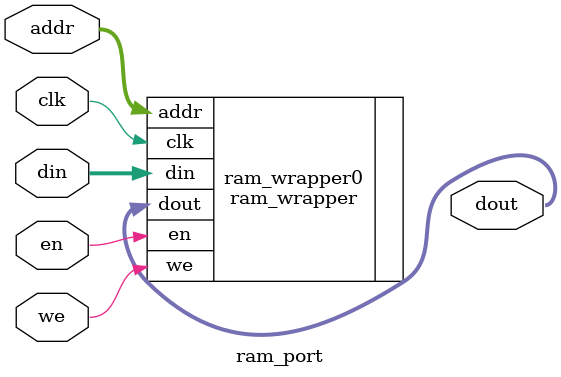
<source format=v>
`timescale 1ns / 1ps

module ram_port #(parameter 		index_width = 10)
   (input	  clk,
     input [31:0]  addr,
     input [31:0]  din,
     output [31:0] dout,
     input en,
     input we);

   ram_wrapper ram_wrapper0(.clk(clk),
			    .addr(addr),
			    .din(din),
			    .we(we),
			    .en(en),
			    .dout(dout));
endmodule

</source>
